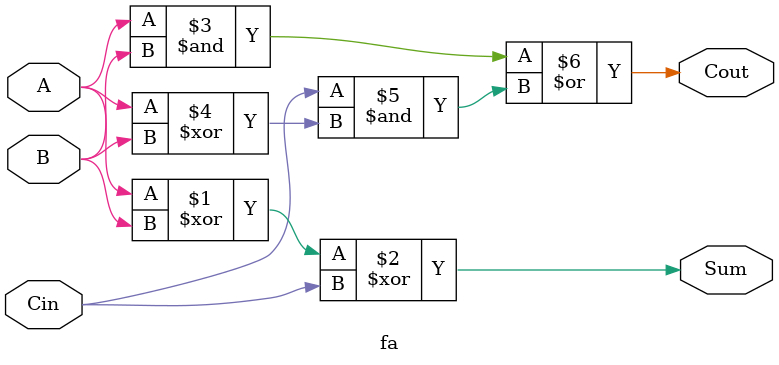
<source format=v>
/* Generate allows multiple module instantiation or allow conditional module instantiation
eg while building full adders with half adders

Doesnt contain port, specify but other generate blocks allowed
*/
//Create a 100-bit binary ripple-carry adder by instantiating 100 full adders
`default_nettype none
module top_module( 
    input [99:0] a, b,
    input cin,
    output [99:0] cout,
    output [99:0] sum );

    genvar i;
    generate
        fa inst0(.A(a[0]),.B(b[0]),.Cin(cin),.Cout(cout[0]),.Sum(sum[0]));
      /*
        for(i=1;i<100;i=i+1) begin
            fa ins1(.A(a[i]),.B(b[i]),.Cin(cout[i-1]),.Cout(cout[i]),.Sum(sum[i])); 
        end
      Error (10644): Verilog HDL error at driver.v(63): this block requires a name
      Solution-> for(i=1;i<100;i=i+1) begin: generate_fa      
      */
        for(i=1;i<100;i=i+1) begin: generate_fa
            fa ins1(.A(a[i]),.B(b[i]),.Cin(cout[i-1]),.Cout(cout[i]),.Sum(sum[i])); 
        end
    endgenerate
endmodule

module fa(input A,B,Cin,
          output Cout,Sum);
    assign Sum=A^B^Cin;
    assign Cout=(A&B)|Cin&(A^B); //error : was doing Cout=(A&B)+Cin&(A^B); 
endmodule
  

</source>
